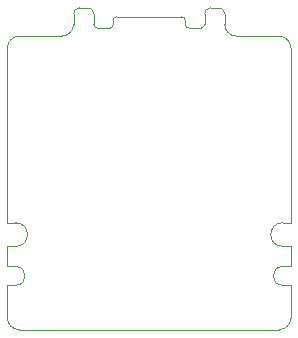
<source format=gbr>
%TF.GenerationSoftware,KiCad,Pcbnew,9.0.6*%
%TF.CreationDate,2026-01-02T14:09:46+01:00*%
%TF.ProjectId,Expansion_Card_Retrofit,45787061-6e73-4696-9f6e-5f436172645f,X1*%
%TF.SameCoordinates,Original*%
%TF.FileFunction,Profile,NP*%
%FSLAX46Y46*%
G04 Gerber Fmt 4.6, Leading zero omitted, Abs format (unit mm)*
G04 Created by KiCad (PCBNEW 9.0.6) date 2026-01-02 14:09:46*
%MOMM*%
%LPD*%
G01*
G04 APERTURE LIST*
%TA.AperFunction,Profile*%
%ADD10C,0.050000*%
%TD*%
G04 APERTURE END LIST*
D10*
X144700000Y-128700000D02*
G75*
G02*
X144400000Y-129000000I-300000J0D01*
G01*
X144300000Y-129000000D02*
X144400000Y-129000000D01*
X135600000Y-129000000D02*
G75*
G02*
X135300000Y-128700000I0J300000D01*
G01*
X147400000Y-129700000D02*
X151000000Y-129700000D01*
X145900000Y-127300000D02*
G75*
G02*
X146400000Y-127800000I0J-500000D01*
G01*
X151300000Y-150800000D02*
G75*
G02*
X151300000Y-149200000I0J800000D01*
G01*
X133600000Y-128700000D02*
X133600000Y-127800000D01*
X152000000Y-153550000D02*
X152000000Y-150800000D01*
X128700000Y-145500000D02*
X128000000Y-145500000D01*
X128000000Y-149200000D02*
X128000000Y-147500000D01*
X151300000Y-150800000D02*
X152000000Y-150800000D01*
X135300000Y-128700000D02*
X135300000Y-127800000D01*
X151300000Y-149200000D02*
X152000000Y-149200000D01*
X151000000Y-129700000D02*
G75*
G02*
X152000000Y-130700000I0J-1000000D01*
G01*
X146400000Y-128700000D02*
X146400000Y-127800000D01*
X128000000Y-130700000D02*
G75*
G02*
X129000000Y-129700000I1000000J0D01*
G01*
X152000000Y-145500000D02*
X152000000Y-130700000D01*
X147400000Y-129700000D02*
G75*
G02*
X146400000Y-128700000I0J1000000D01*
G01*
X128700000Y-149200000D02*
X128000000Y-149200000D01*
X144700000Y-127800000D02*
G75*
G02*
X145200000Y-127300000I500000J0D01*
G01*
X132600000Y-129700000D02*
X129000000Y-129700000D01*
X134800000Y-127300000D02*
G75*
G02*
X135300000Y-127800000I0J-500000D01*
G01*
X144700000Y-128700000D02*
X144700000Y-127800000D01*
X151300000Y-147500000D02*
G75*
G02*
X151300000Y-145500000I0J1000000D01*
G01*
X135600000Y-129000000D02*
X135700000Y-129000000D01*
X152000000Y-153550000D02*
G75*
G02*
X151000000Y-154550000I-1000000J0D01*
G01*
X128000000Y-150800000D02*
X128000000Y-153550000D01*
X145900000Y-127300000D02*
X145200000Y-127300000D01*
X128000000Y-150800000D02*
X128700000Y-150800000D01*
X151300000Y-145500000D02*
X152000000Y-145500000D01*
X152000000Y-149200000D02*
X152000000Y-147500000D01*
X134800000Y-127300000D02*
X134100000Y-127300000D01*
X133600000Y-127800000D02*
G75*
G02*
X134100000Y-127300000I500000J0D01*
G01*
X128000000Y-145500000D02*
X128000000Y-130700000D01*
X128700000Y-145500000D02*
G75*
G02*
X128700000Y-147500000I0J-1000000D01*
G01*
X128700000Y-147500000D02*
X128000000Y-147500000D01*
X129000000Y-154550000D02*
G75*
G02*
X128000000Y-153550000I0J1000000D01*
G01*
X133600000Y-128700000D02*
G75*
G02*
X132600000Y-129700000I-1000000J0D01*
G01*
X151300000Y-147500000D02*
X152000000Y-147500000D01*
X151000000Y-154550000D02*
X129000000Y-154550000D01*
X128700000Y-149200000D02*
G75*
G02*
X128700000Y-150800000I0J-800000D01*
G01*
%TO.C,P2*%
X136650000Y-129010000D02*
X135700000Y-129010000D01*
X136950000Y-128350000D02*
X136950000Y-128710000D01*
X137250000Y-128050000D02*
X142750000Y-128050000D01*
X143050000Y-128350000D02*
X143050000Y-128710000D01*
X143350000Y-129010000D02*
X144300000Y-129010000D01*
X136950000Y-128350000D02*
G75*
G02*
X137250000Y-128050000I300000J0D01*
G01*
X136950000Y-128710000D02*
G75*
G02*
X136650000Y-129010000I-300000J0D01*
G01*
X142750000Y-128050000D02*
G75*
G02*
X143050000Y-128350000I0J-300000D01*
G01*
X143350000Y-129010000D02*
G75*
G02*
X143050000Y-128710000I0J300000D01*
G01*
%TD*%
M02*

</source>
